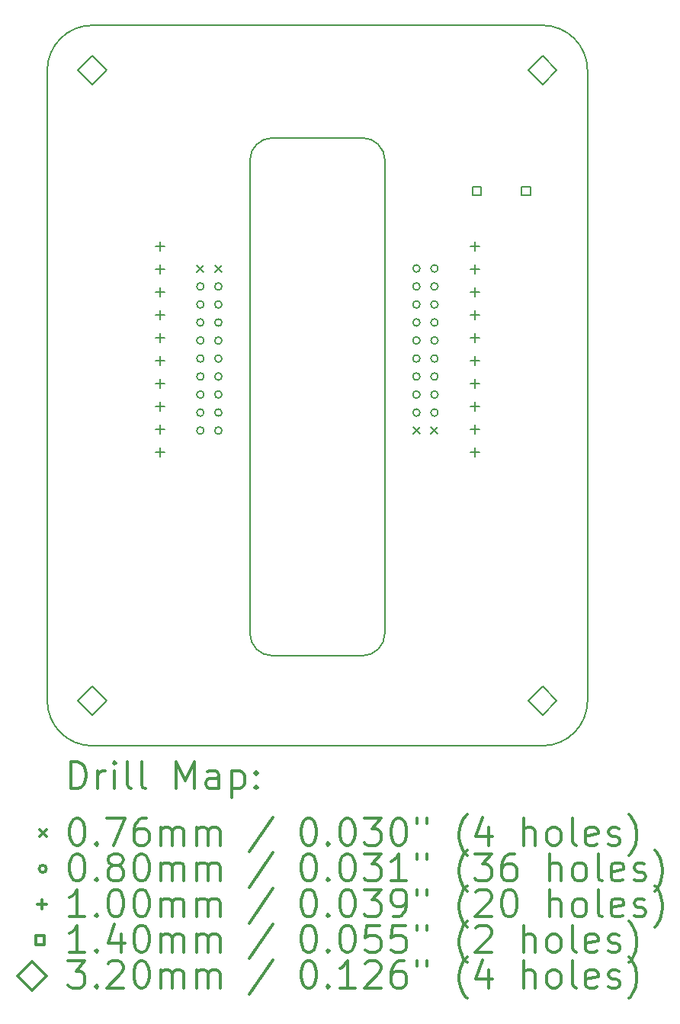
<source format=gbr>
%FSLAX45Y45*%
G04 Gerber Fmt 4.5, Leading zero omitted, Abs format (unit mm)*
G04 Created by KiCad (PCBNEW 4.0.7) date 09/25/17 13:32:10*
%MOMM*%
%LPD*%
G01*
G04 APERTURE LIST*
%ADD10C,0.127000*%
%ADD11C,0.200000*%
%ADD12C,0.300000*%
G04 APERTURE END LIST*
D10*
D11*
X17000000Y-4500000D02*
G75*
G03X16500000Y-4000000I-500000J0D01*
G01*
X16500000Y-12000000D02*
G75*
G03X17000000Y-11500000I0J500000D01*
G01*
X11000000Y-11500000D02*
G75*
G03X11500000Y-12000000I500000J0D01*
G01*
X11500000Y-4000000D02*
G75*
G03X11000000Y-4500000I0J-500000D01*
G01*
X17000000Y-11500000D02*
X17000000Y-4500000D01*
X11500000Y-12000000D02*
X16500000Y-12000000D01*
X11000000Y-4500000D02*
X11000000Y-11500000D01*
X16500000Y-4000000D02*
X11500000Y-4000000D01*
X13250000Y-10750000D02*
G75*
G03X13500000Y-11000000I250000J0D01*
G01*
X14500000Y-11000000D02*
G75*
G03X14750000Y-10750000I0J250000D01*
G01*
X14750000Y-5500000D02*
G75*
G03X14500000Y-5250000I-250000J0D01*
G01*
X13500000Y-5250000D02*
G75*
G03X13250000Y-5500000I0J-250000D01*
G01*
X13500000Y-5250000D02*
X14500000Y-5250000D01*
X13500000Y-11000000D02*
X14500000Y-11000000D01*
X14750000Y-5500000D02*
X14750000Y-10750000D01*
X13250000Y-5500000D02*
X13250000Y-10750000D01*
D11*
X12661900Y-6661900D02*
X12738100Y-6738100D01*
X12738100Y-6661900D02*
X12661900Y-6738100D01*
X12861900Y-6661900D02*
X12938100Y-6738100D01*
X12938100Y-6661900D02*
X12861900Y-6738100D01*
X15061900Y-8461900D02*
X15138100Y-8538100D01*
X15138100Y-8461900D02*
X15061900Y-8538100D01*
X15261900Y-8461900D02*
X15338100Y-8538100D01*
X15338100Y-8461900D02*
X15261900Y-8538100D01*
X12740000Y-6900000D02*
G75*
G03X12740000Y-6900000I-40000J0D01*
G01*
X12740000Y-7100000D02*
G75*
G03X12740000Y-7100000I-40000J0D01*
G01*
X12740000Y-7300000D02*
G75*
G03X12740000Y-7300000I-40000J0D01*
G01*
X12740000Y-7500000D02*
G75*
G03X12740000Y-7500000I-40000J0D01*
G01*
X12740000Y-7700000D02*
G75*
G03X12740000Y-7700000I-40000J0D01*
G01*
X12740000Y-7900000D02*
G75*
G03X12740000Y-7900000I-40000J0D01*
G01*
X12740000Y-8100000D02*
G75*
G03X12740000Y-8100000I-40000J0D01*
G01*
X12740000Y-8300000D02*
G75*
G03X12740000Y-8300000I-40000J0D01*
G01*
X12740000Y-8500000D02*
G75*
G03X12740000Y-8500000I-40000J0D01*
G01*
X12940000Y-6900000D02*
G75*
G03X12940000Y-6900000I-40000J0D01*
G01*
X12940000Y-7100000D02*
G75*
G03X12940000Y-7100000I-40000J0D01*
G01*
X12940000Y-7300000D02*
G75*
G03X12940000Y-7300000I-40000J0D01*
G01*
X12940000Y-7500000D02*
G75*
G03X12940000Y-7500000I-40000J0D01*
G01*
X12940000Y-7700000D02*
G75*
G03X12940000Y-7700000I-40000J0D01*
G01*
X12940000Y-7900000D02*
G75*
G03X12940000Y-7900000I-40000J0D01*
G01*
X12940000Y-8100000D02*
G75*
G03X12940000Y-8100000I-40000J0D01*
G01*
X12940000Y-8300000D02*
G75*
G03X12940000Y-8300000I-40000J0D01*
G01*
X12940000Y-8500000D02*
G75*
G03X12940000Y-8500000I-40000J0D01*
G01*
X15140000Y-6700000D02*
G75*
G03X15140000Y-6700000I-40000J0D01*
G01*
X15140000Y-6900000D02*
G75*
G03X15140000Y-6900000I-40000J0D01*
G01*
X15140000Y-7100000D02*
G75*
G03X15140000Y-7100000I-40000J0D01*
G01*
X15140000Y-7300000D02*
G75*
G03X15140000Y-7300000I-40000J0D01*
G01*
X15140000Y-7500000D02*
G75*
G03X15140000Y-7500000I-40000J0D01*
G01*
X15140000Y-7700000D02*
G75*
G03X15140000Y-7700000I-40000J0D01*
G01*
X15140000Y-7900000D02*
G75*
G03X15140000Y-7900000I-40000J0D01*
G01*
X15140000Y-8100000D02*
G75*
G03X15140000Y-8100000I-40000J0D01*
G01*
X15140000Y-8300000D02*
G75*
G03X15140000Y-8300000I-40000J0D01*
G01*
X15340000Y-6700000D02*
G75*
G03X15340000Y-6700000I-40000J0D01*
G01*
X15340000Y-6900000D02*
G75*
G03X15340000Y-6900000I-40000J0D01*
G01*
X15340000Y-7100000D02*
G75*
G03X15340000Y-7100000I-40000J0D01*
G01*
X15340000Y-7300000D02*
G75*
G03X15340000Y-7300000I-40000J0D01*
G01*
X15340000Y-7500000D02*
G75*
G03X15340000Y-7500000I-40000J0D01*
G01*
X15340000Y-7700000D02*
G75*
G03X15340000Y-7700000I-40000J0D01*
G01*
X15340000Y-7900000D02*
G75*
G03X15340000Y-7900000I-40000J0D01*
G01*
X15340000Y-8100000D02*
G75*
G03X15340000Y-8100000I-40000J0D01*
G01*
X15340000Y-8300000D02*
G75*
G03X15340000Y-8300000I-40000J0D01*
G01*
X12250000Y-6405000D02*
X12250000Y-6505000D01*
X12200000Y-6455000D02*
X12300000Y-6455000D01*
X12250000Y-6659000D02*
X12250000Y-6759000D01*
X12200000Y-6709000D02*
X12300000Y-6709000D01*
X12250000Y-6913000D02*
X12250000Y-7013000D01*
X12200000Y-6963000D02*
X12300000Y-6963000D01*
X12250000Y-7167000D02*
X12250000Y-7267000D01*
X12200000Y-7217000D02*
X12300000Y-7217000D01*
X12250000Y-7421000D02*
X12250000Y-7521000D01*
X12200000Y-7471000D02*
X12300000Y-7471000D01*
X12250000Y-7675000D02*
X12250000Y-7775000D01*
X12200000Y-7725000D02*
X12300000Y-7725000D01*
X12250000Y-7929000D02*
X12250000Y-8029000D01*
X12200000Y-7979000D02*
X12300000Y-7979000D01*
X12250000Y-8183000D02*
X12250000Y-8283000D01*
X12200000Y-8233000D02*
X12300000Y-8233000D01*
X12250000Y-8437000D02*
X12250000Y-8537000D01*
X12200000Y-8487000D02*
X12300000Y-8487000D01*
X12250000Y-8691000D02*
X12250000Y-8791000D01*
X12200000Y-8741000D02*
X12300000Y-8741000D01*
X15750000Y-6405000D02*
X15750000Y-6505000D01*
X15700000Y-6455000D02*
X15800000Y-6455000D01*
X15750000Y-6659000D02*
X15750000Y-6759000D01*
X15700000Y-6709000D02*
X15800000Y-6709000D01*
X15750000Y-6913000D02*
X15750000Y-7013000D01*
X15700000Y-6963000D02*
X15800000Y-6963000D01*
X15750000Y-7167000D02*
X15750000Y-7267000D01*
X15700000Y-7217000D02*
X15800000Y-7217000D01*
X15750000Y-7421000D02*
X15750000Y-7521000D01*
X15700000Y-7471000D02*
X15800000Y-7471000D01*
X15750000Y-7675000D02*
X15750000Y-7775000D01*
X15700000Y-7725000D02*
X15800000Y-7725000D01*
X15750000Y-7929000D02*
X15750000Y-8029000D01*
X15700000Y-7979000D02*
X15800000Y-7979000D01*
X15750000Y-8183000D02*
X15750000Y-8283000D01*
X15700000Y-8233000D02*
X15800000Y-8233000D01*
X15750000Y-8437000D02*
X15750000Y-8537000D01*
X15700000Y-8487000D02*
X15800000Y-8487000D01*
X15750000Y-8691000D02*
X15750000Y-8791000D01*
X15700000Y-8741000D02*
X15800000Y-8741000D01*
X15819498Y-5889498D02*
X15819498Y-5790502D01*
X15720502Y-5790502D01*
X15720502Y-5889498D01*
X15819498Y-5889498D01*
X16369498Y-5889498D02*
X16369498Y-5790502D01*
X16270502Y-5790502D01*
X16270502Y-5889498D01*
X16369498Y-5889498D01*
X11500000Y-4660000D02*
X11660000Y-4500000D01*
X11500000Y-4340000D01*
X11340000Y-4500000D01*
X11500000Y-4660000D01*
X11500000Y-11660000D02*
X11660000Y-11500000D01*
X11500000Y-11340000D01*
X11340000Y-11500000D01*
X11500000Y-11660000D01*
X16500000Y-4660000D02*
X16660000Y-4500000D01*
X16500000Y-4340000D01*
X16340000Y-4500000D01*
X16500000Y-4660000D01*
X16500000Y-11660000D02*
X16660000Y-11500000D01*
X16500000Y-11340000D01*
X16340000Y-11500000D01*
X16500000Y-11660000D01*
D12*
X11261428Y-12475714D02*
X11261428Y-12175714D01*
X11332857Y-12175714D01*
X11375714Y-12190000D01*
X11404286Y-12218571D01*
X11418571Y-12247143D01*
X11432857Y-12304286D01*
X11432857Y-12347143D01*
X11418571Y-12404286D01*
X11404286Y-12432857D01*
X11375714Y-12461429D01*
X11332857Y-12475714D01*
X11261428Y-12475714D01*
X11561428Y-12475714D02*
X11561428Y-12275714D01*
X11561428Y-12332857D02*
X11575714Y-12304286D01*
X11590000Y-12290000D01*
X11618571Y-12275714D01*
X11647143Y-12275714D01*
X11747143Y-12475714D02*
X11747143Y-12275714D01*
X11747143Y-12175714D02*
X11732857Y-12190000D01*
X11747143Y-12204286D01*
X11761428Y-12190000D01*
X11747143Y-12175714D01*
X11747143Y-12204286D01*
X11932857Y-12475714D02*
X11904286Y-12461429D01*
X11890000Y-12432857D01*
X11890000Y-12175714D01*
X12090000Y-12475714D02*
X12061428Y-12461429D01*
X12047143Y-12432857D01*
X12047143Y-12175714D01*
X12432857Y-12475714D02*
X12432857Y-12175714D01*
X12532857Y-12390000D01*
X12632857Y-12175714D01*
X12632857Y-12475714D01*
X12904286Y-12475714D02*
X12904286Y-12318571D01*
X12890000Y-12290000D01*
X12861428Y-12275714D01*
X12804286Y-12275714D01*
X12775714Y-12290000D01*
X12904286Y-12461429D02*
X12875714Y-12475714D01*
X12804286Y-12475714D01*
X12775714Y-12461429D01*
X12761428Y-12432857D01*
X12761428Y-12404286D01*
X12775714Y-12375714D01*
X12804286Y-12361429D01*
X12875714Y-12361429D01*
X12904286Y-12347143D01*
X13047143Y-12275714D02*
X13047143Y-12575714D01*
X13047143Y-12290000D02*
X13075714Y-12275714D01*
X13132857Y-12275714D01*
X13161428Y-12290000D01*
X13175714Y-12304286D01*
X13190000Y-12332857D01*
X13190000Y-12418571D01*
X13175714Y-12447143D01*
X13161428Y-12461429D01*
X13132857Y-12475714D01*
X13075714Y-12475714D01*
X13047143Y-12461429D01*
X13318571Y-12447143D02*
X13332857Y-12461429D01*
X13318571Y-12475714D01*
X13304286Y-12461429D01*
X13318571Y-12447143D01*
X13318571Y-12475714D01*
X13318571Y-12290000D02*
X13332857Y-12304286D01*
X13318571Y-12318571D01*
X13304286Y-12304286D01*
X13318571Y-12290000D01*
X13318571Y-12318571D01*
X10913800Y-12931900D02*
X10990000Y-13008100D01*
X10990000Y-12931900D02*
X10913800Y-13008100D01*
X11318571Y-12805714D02*
X11347143Y-12805714D01*
X11375714Y-12820000D01*
X11390000Y-12834286D01*
X11404286Y-12862857D01*
X11418571Y-12920000D01*
X11418571Y-12991429D01*
X11404286Y-13048571D01*
X11390000Y-13077143D01*
X11375714Y-13091429D01*
X11347143Y-13105714D01*
X11318571Y-13105714D01*
X11290000Y-13091429D01*
X11275714Y-13077143D01*
X11261428Y-13048571D01*
X11247143Y-12991429D01*
X11247143Y-12920000D01*
X11261428Y-12862857D01*
X11275714Y-12834286D01*
X11290000Y-12820000D01*
X11318571Y-12805714D01*
X11547143Y-13077143D02*
X11561428Y-13091429D01*
X11547143Y-13105714D01*
X11532857Y-13091429D01*
X11547143Y-13077143D01*
X11547143Y-13105714D01*
X11661428Y-12805714D02*
X11861428Y-12805714D01*
X11732857Y-13105714D01*
X12104286Y-12805714D02*
X12047143Y-12805714D01*
X12018571Y-12820000D01*
X12004286Y-12834286D01*
X11975714Y-12877143D01*
X11961428Y-12934286D01*
X11961428Y-13048571D01*
X11975714Y-13077143D01*
X11990000Y-13091429D01*
X12018571Y-13105714D01*
X12075714Y-13105714D01*
X12104286Y-13091429D01*
X12118571Y-13077143D01*
X12132857Y-13048571D01*
X12132857Y-12977143D01*
X12118571Y-12948571D01*
X12104286Y-12934286D01*
X12075714Y-12920000D01*
X12018571Y-12920000D01*
X11990000Y-12934286D01*
X11975714Y-12948571D01*
X11961428Y-12977143D01*
X12261428Y-13105714D02*
X12261428Y-12905714D01*
X12261428Y-12934286D02*
X12275714Y-12920000D01*
X12304286Y-12905714D01*
X12347143Y-12905714D01*
X12375714Y-12920000D01*
X12390000Y-12948571D01*
X12390000Y-13105714D01*
X12390000Y-12948571D02*
X12404286Y-12920000D01*
X12432857Y-12905714D01*
X12475714Y-12905714D01*
X12504286Y-12920000D01*
X12518571Y-12948571D01*
X12518571Y-13105714D01*
X12661428Y-13105714D02*
X12661428Y-12905714D01*
X12661428Y-12934286D02*
X12675714Y-12920000D01*
X12704286Y-12905714D01*
X12747143Y-12905714D01*
X12775714Y-12920000D01*
X12790000Y-12948571D01*
X12790000Y-13105714D01*
X12790000Y-12948571D02*
X12804286Y-12920000D01*
X12832857Y-12905714D01*
X12875714Y-12905714D01*
X12904286Y-12920000D01*
X12918571Y-12948571D01*
X12918571Y-13105714D01*
X13504286Y-12791429D02*
X13247143Y-13177143D01*
X13890000Y-12805714D02*
X13918571Y-12805714D01*
X13947143Y-12820000D01*
X13961428Y-12834286D01*
X13975714Y-12862857D01*
X13990000Y-12920000D01*
X13990000Y-12991429D01*
X13975714Y-13048571D01*
X13961428Y-13077143D01*
X13947143Y-13091429D01*
X13918571Y-13105714D01*
X13890000Y-13105714D01*
X13861428Y-13091429D01*
X13847143Y-13077143D01*
X13832857Y-13048571D01*
X13818571Y-12991429D01*
X13818571Y-12920000D01*
X13832857Y-12862857D01*
X13847143Y-12834286D01*
X13861428Y-12820000D01*
X13890000Y-12805714D01*
X14118571Y-13077143D02*
X14132857Y-13091429D01*
X14118571Y-13105714D01*
X14104286Y-13091429D01*
X14118571Y-13077143D01*
X14118571Y-13105714D01*
X14318571Y-12805714D02*
X14347143Y-12805714D01*
X14375714Y-12820000D01*
X14390000Y-12834286D01*
X14404285Y-12862857D01*
X14418571Y-12920000D01*
X14418571Y-12991429D01*
X14404285Y-13048571D01*
X14390000Y-13077143D01*
X14375714Y-13091429D01*
X14347143Y-13105714D01*
X14318571Y-13105714D01*
X14290000Y-13091429D01*
X14275714Y-13077143D01*
X14261428Y-13048571D01*
X14247143Y-12991429D01*
X14247143Y-12920000D01*
X14261428Y-12862857D01*
X14275714Y-12834286D01*
X14290000Y-12820000D01*
X14318571Y-12805714D01*
X14518571Y-12805714D02*
X14704285Y-12805714D01*
X14604285Y-12920000D01*
X14647143Y-12920000D01*
X14675714Y-12934286D01*
X14690000Y-12948571D01*
X14704285Y-12977143D01*
X14704285Y-13048571D01*
X14690000Y-13077143D01*
X14675714Y-13091429D01*
X14647143Y-13105714D01*
X14561428Y-13105714D01*
X14532857Y-13091429D01*
X14518571Y-13077143D01*
X14890000Y-12805714D02*
X14918571Y-12805714D01*
X14947143Y-12820000D01*
X14961428Y-12834286D01*
X14975714Y-12862857D01*
X14990000Y-12920000D01*
X14990000Y-12991429D01*
X14975714Y-13048571D01*
X14961428Y-13077143D01*
X14947143Y-13091429D01*
X14918571Y-13105714D01*
X14890000Y-13105714D01*
X14861428Y-13091429D01*
X14847143Y-13077143D01*
X14832857Y-13048571D01*
X14818571Y-12991429D01*
X14818571Y-12920000D01*
X14832857Y-12862857D01*
X14847143Y-12834286D01*
X14861428Y-12820000D01*
X14890000Y-12805714D01*
X15104286Y-12805714D02*
X15104286Y-12862857D01*
X15218571Y-12805714D02*
X15218571Y-12862857D01*
X15661428Y-13220000D02*
X15647143Y-13205714D01*
X15618571Y-13162857D01*
X15604285Y-13134286D01*
X15590000Y-13091429D01*
X15575714Y-13020000D01*
X15575714Y-12962857D01*
X15590000Y-12891429D01*
X15604285Y-12848571D01*
X15618571Y-12820000D01*
X15647143Y-12777143D01*
X15661428Y-12762857D01*
X15904285Y-12905714D02*
X15904285Y-13105714D01*
X15832857Y-12791429D02*
X15761428Y-13005714D01*
X15947143Y-13005714D01*
X16290000Y-13105714D02*
X16290000Y-12805714D01*
X16418571Y-13105714D02*
X16418571Y-12948571D01*
X16404285Y-12920000D01*
X16375714Y-12905714D01*
X16332857Y-12905714D01*
X16304285Y-12920000D01*
X16290000Y-12934286D01*
X16604285Y-13105714D02*
X16575714Y-13091429D01*
X16561428Y-13077143D01*
X16547143Y-13048571D01*
X16547143Y-12962857D01*
X16561428Y-12934286D01*
X16575714Y-12920000D01*
X16604285Y-12905714D01*
X16647143Y-12905714D01*
X16675714Y-12920000D01*
X16690000Y-12934286D01*
X16704285Y-12962857D01*
X16704285Y-13048571D01*
X16690000Y-13077143D01*
X16675714Y-13091429D01*
X16647143Y-13105714D01*
X16604285Y-13105714D01*
X16875714Y-13105714D02*
X16847143Y-13091429D01*
X16832857Y-13062857D01*
X16832857Y-12805714D01*
X17104286Y-13091429D02*
X17075714Y-13105714D01*
X17018571Y-13105714D01*
X16990000Y-13091429D01*
X16975714Y-13062857D01*
X16975714Y-12948571D01*
X16990000Y-12920000D01*
X17018571Y-12905714D01*
X17075714Y-12905714D01*
X17104286Y-12920000D01*
X17118571Y-12948571D01*
X17118571Y-12977143D01*
X16975714Y-13005714D01*
X17232857Y-13091429D02*
X17261429Y-13105714D01*
X17318571Y-13105714D01*
X17347143Y-13091429D01*
X17361429Y-13062857D01*
X17361429Y-13048571D01*
X17347143Y-13020000D01*
X17318571Y-13005714D01*
X17275714Y-13005714D01*
X17247143Y-12991429D01*
X17232857Y-12962857D01*
X17232857Y-12948571D01*
X17247143Y-12920000D01*
X17275714Y-12905714D01*
X17318571Y-12905714D01*
X17347143Y-12920000D01*
X17461428Y-13220000D02*
X17475714Y-13205714D01*
X17504286Y-13162857D01*
X17518571Y-13134286D01*
X17532857Y-13091429D01*
X17547143Y-13020000D01*
X17547143Y-12962857D01*
X17532857Y-12891429D01*
X17518571Y-12848571D01*
X17504286Y-12820000D01*
X17475714Y-12777143D01*
X17461428Y-12762857D01*
X10990000Y-13366000D02*
G75*
G03X10990000Y-13366000I-40000J0D01*
G01*
X11318571Y-13201714D02*
X11347143Y-13201714D01*
X11375714Y-13216000D01*
X11390000Y-13230286D01*
X11404286Y-13258857D01*
X11418571Y-13316000D01*
X11418571Y-13387429D01*
X11404286Y-13444571D01*
X11390000Y-13473143D01*
X11375714Y-13487429D01*
X11347143Y-13501714D01*
X11318571Y-13501714D01*
X11290000Y-13487429D01*
X11275714Y-13473143D01*
X11261428Y-13444571D01*
X11247143Y-13387429D01*
X11247143Y-13316000D01*
X11261428Y-13258857D01*
X11275714Y-13230286D01*
X11290000Y-13216000D01*
X11318571Y-13201714D01*
X11547143Y-13473143D02*
X11561428Y-13487429D01*
X11547143Y-13501714D01*
X11532857Y-13487429D01*
X11547143Y-13473143D01*
X11547143Y-13501714D01*
X11732857Y-13330286D02*
X11704286Y-13316000D01*
X11690000Y-13301714D01*
X11675714Y-13273143D01*
X11675714Y-13258857D01*
X11690000Y-13230286D01*
X11704286Y-13216000D01*
X11732857Y-13201714D01*
X11790000Y-13201714D01*
X11818571Y-13216000D01*
X11832857Y-13230286D01*
X11847143Y-13258857D01*
X11847143Y-13273143D01*
X11832857Y-13301714D01*
X11818571Y-13316000D01*
X11790000Y-13330286D01*
X11732857Y-13330286D01*
X11704286Y-13344571D01*
X11690000Y-13358857D01*
X11675714Y-13387429D01*
X11675714Y-13444571D01*
X11690000Y-13473143D01*
X11704286Y-13487429D01*
X11732857Y-13501714D01*
X11790000Y-13501714D01*
X11818571Y-13487429D01*
X11832857Y-13473143D01*
X11847143Y-13444571D01*
X11847143Y-13387429D01*
X11832857Y-13358857D01*
X11818571Y-13344571D01*
X11790000Y-13330286D01*
X12032857Y-13201714D02*
X12061428Y-13201714D01*
X12090000Y-13216000D01*
X12104286Y-13230286D01*
X12118571Y-13258857D01*
X12132857Y-13316000D01*
X12132857Y-13387429D01*
X12118571Y-13444571D01*
X12104286Y-13473143D01*
X12090000Y-13487429D01*
X12061428Y-13501714D01*
X12032857Y-13501714D01*
X12004286Y-13487429D01*
X11990000Y-13473143D01*
X11975714Y-13444571D01*
X11961428Y-13387429D01*
X11961428Y-13316000D01*
X11975714Y-13258857D01*
X11990000Y-13230286D01*
X12004286Y-13216000D01*
X12032857Y-13201714D01*
X12261428Y-13501714D02*
X12261428Y-13301714D01*
X12261428Y-13330286D02*
X12275714Y-13316000D01*
X12304286Y-13301714D01*
X12347143Y-13301714D01*
X12375714Y-13316000D01*
X12390000Y-13344571D01*
X12390000Y-13501714D01*
X12390000Y-13344571D02*
X12404286Y-13316000D01*
X12432857Y-13301714D01*
X12475714Y-13301714D01*
X12504286Y-13316000D01*
X12518571Y-13344571D01*
X12518571Y-13501714D01*
X12661428Y-13501714D02*
X12661428Y-13301714D01*
X12661428Y-13330286D02*
X12675714Y-13316000D01*
X12704286Y-13301714D01*
X12747143Y-13301714D01*
X12775714Y-13316000D01*
X12790000Y-13344571D01*
X12790000Y-13501714D01*
X12790000Y-13344571D02*
X12804286Y-13316000D01*
X12832857Y-13301714D01*
X12875714Y-13301714D01*
X12904286Y-13316000D01*
X12918571Y-13344571D01*
X12918571Y-13501714D01*
X13504286Y-13187429D02*
X13247143Y-13573143D01*
X13890000Y-13201714D02*
X13918571Y-13201714D01*
X13947143Y-13216000D01*
X13961428Y-13230286D01*
X13975714Y-13258857D01*
X13990000Y-13316000D01*
X13990000Y-13387429D01*
X13975714Y-13444571D01*
X13961428Y-13473143D01*
X13947143Y-13487429D01*
X13918571Y-13501714D01*
X13890000Y-13501714D01*
X13861428Y-13487429D01*
X13847143Y-13473143D01*
X13832857Y-13444571D01*
X13818571Y-13387429D01*
X13818571Y-13316000D01*
X13832857Y-13258857D01*
X13847143Y-13230286D01*
X13861428Y-13216000D01*
X13890000Y-13201714D01*
X14118571Y-13473143D02*
X14132857Y-13487429D01*
X14118571Y-13501714D01*
X14104286Y-13487429D01*
X14118571Y-13473143D01*
X14118571Y-13501714D01*
X14318571Y-13201714D02*
X14347143Y-13201714D01*
X14375714Y-13216000D01*
X14390000Y-13230286D01*
X14404285Y-13258857D01*
X14418571Y-13316000D01*
X14418571Y-13387429D01*
X14404285Y-13444571D01*
X14390000Y-13473143D01*
X14375714Y-13487429D01*
X14347143Y-13501714D01*
X14318571Y-13501714D01*
X14290000Y-13487429D01*
X14275714Y-13473143D01*
X14261428Y-13444571D01*
X14247143Y-13387429D01*
X14247143Y-13316000D01*
X14261428Y-13258857D01*
X14275714Y-13230286D01*
X14290000Y-13216000D01*
X14318571Y-13201714D01*
X14518571Y-13201714D02*
X14704285Y-13201714D01*
X14604285Y-13316000D01*
X14647143Y-13316000D01*
X14675714Y-13330286D01*
X14690000Y-13344571D01*
X14704285Y-13373143D01*
X14704285Y-13444571D01*
X14690000Y-13473143D01*
X14675714Y-13487429D01*
X14647143Y-13501714D01*
X14561428Y-13501714D01*
X14532857Y-13487429D01*
X14518571Y-13473143D01*
X14990000Y-13501714D02*
X14818571Y-13501714D01*
X14904285Y-13501714D02*
X14904285Y-13201714D01*
X14875714Y-13244571D01*
X14847143Y-13273143D01*
X14818571Y-13287429D01*
X15104286Y-13201714D02*
X15104286Y-13258857D01*
X15218571Y-13201714D02*
X15218571Y-13258857D01*
X15661428Y-13616000D02*
X15647143Y-13601714D01*
X15618571Y-13558857D01*
X15604285Y-13530286D01*
X15590000Y-13487429D01*
X15575714Y-13416000D01*
X15575714Y-13358857D01*
X15590000Y-13287429D01*
X15604285Y-13244571D01*
X15618571Y-13216000D01*
X15647143Y-13173143D01*
X15661428Y-13158857D01*
X15747143Y-13201714D02*
X15932857Y-13201714D01*
X15832857Y-13316000D01*
X15875714Y-13316000D01*
X15904285Y-13330286D01*
X15918571Y-13344571D01*
X15932857Y-13373143D01*
X15932857Y-13444571D01*
X15918571Y-13473143D01*
X15904285Y-13487429D01*
X15875714Y-13501714D01*
X15790000Y-13501714D01*
X15761428Y-13487429D01*
X15747143Y-13473143D01*
X16190000Y-13201714D02*
X16132857Y-13201714D01*
X16104285Y-13216000D01*
X16090000Y-13230286D01*
X16061428Y-13273143D01*
X16047143Y-13330286D01*
X16047143Y-13444571D01*
X16061428Y-13473143D01*
X16075714Y-13487429D01*
X16104285Y-13501714D01*
X16161428Y-13501714D01*
X16190000Y-13487429D01*
X16204285Y-13473143D01*
X16218571Y-13444571D01*
X16218571Y-13373143D01*
X16204285Y-13344571D01*
X16190000Y-13330286D01*
X16161428Y-13316000D01*
X16104285Y-13316000D01*
X16075714Y-13330286D01*
X16061428Y-13344571D01*
X16047143Y-13373143D01*
X16575714Y-13501714D02*
X16575714Y-13201714D01*
X16704285Y-13501714D02*
X16704285Y-13344571D01*
X16690000Y-13316000D01*
X16661428Y-13301714D01*
X16618571Y-13301714D01*
X16590000Y-13316000D01*
X16575714Y-13330286D01*
X16890000Y-13501714D02*
X16861428Y-13487429D01*
X16847143Y-13473143D01*
X16832857Y-13444571D01*
X16832857Y-13358857D01*
X16847143Y-13330286D01*
X16861428Y-13316000D01*
X16890000Y-13301714D01*
X16932857Y-13301714D01*
X16961428Y-13316000D01*
X16975714Y-13330286D01*
X16990000Y-13358857D01*
X16990000Y-13444571D01*
X16975714Y-13473143D01*
X16961428Y-13487429D01*
X16932857Y-13501714D01*
X16890000Y-13501714D01*
X17161428Y-13501714D02*
X17132857Y-13487429D01*
X17118571Y-13458857D01*
X17118571Y-13201714D01*
X17390000Y-13487429D02*
X17361429Y-13501714D01*
X17304286Y-13501714D01*
X17275714Y-13487429D01*
X17261429Y-13458857D01*
X17261429Y-13344571D01*
X17275714Y-13316000D01*
X17304286Y-13301714D01*
X17361429Y-13301714D01*
X17390000Y-13316000D01*
X17404286Y-13344571D01*
X17404286Y-13373143D01*
X17261429Y-13401714D01*
X17518571Y-13487429D02*
X17547143Y-13501714D01*
X17604286Y-13501714D01*
X17632857Y-13487429D01*
X17647143Y-13458857D01*
X17647143Y-13444571D01*
X17632857Y-13416000D01*
X17604286Y-13401714D01*
X17561429Y-13401714D01*
X17532857Y-13387429D01*
X17518571Y-13358857D01*
X17518571Y-13344571D01*
X17532857Y-13316000D01*
X17561429Y-13301714D01*
X17604286Y-13301714D01*
X17632857Y-13316000D01*
X17747143Y-13616000D02*
X17761429Y-13601714D01*
X17790000Y-13558857D01*
X17804286Y-13530286D01*
X17818571Y-13487429D01*
X17832857Y-13416000D01*
X17832857Y-13358857D01*
X17818571Y-13287429D01*
X17804286Y-13244571D01*
X17790000Y-13216000D01*
X17761429Y-13173143D01*
X17747143Y-13158857D01*
X10940000Y-13712000D02*
X10940000Y-13812000D01*
X10890000Y-13762000D02*
X10990000Y-13762000D01*
X11418571Y-13897714D02*
X11247143Y-13897714D01*
X11332857Y-13897714D02*
X11332857Y-13597714D01*
X11304286Y-13640571D01*
X11275714Y-13669143D01*
X11247143Y-13683429D01*
X11547143Y-13869143D02*
X11561428Y-13883429D01*
X11547143Y-13897714D01*
X11532857Y-13883429D01*
X11547143Y-13869143D01*
X11547143Y-13897714D01*
X11747143Y-13597714D02*
X11775714Y-13597714D01*
X11804286Y-13612000D01*
X11818571Y-13626286D01*
X11832857Y-13654857D01*
X11847143Y-13712000D01*
X11847143Y-13783429D01*
X11832857Y-13840571D01*
X11818571Y-13869143D01*
X11804286Y-13883429D01*
X11775714Y-13897714D01*
X11747143Y-13897714D01*
X11718571Y-13883429D01*
X11704286Y-13869143D01*
X11690000Y-13840571D01*
X11675714Y-13783429D01*
X11675714Y-13712000D01*
X11690000Y-13654857D01*
X11704286Y-13626286D01*
X11718571Y-13612000D01*
X11747143Y-13597714D01*
X12032857Y-13597714D02*
X12061428Y-13597714D01*
X12090000Y-13612000D01*
X12104286Y-13626286D01*
X12118571Y-13654857D01*
X12132857Y-13712000D01*
X12132857Y-13783429D01*
X12118571Y-13840571D01*
X12104286Y-13869143D01*
X12090000Y-13883429D01*
X12061428Y-13897714D01*
X12032857Y-13897714D01*
X12004286Y-13883429D01*
X11990000Y-13869143D01*
X11975714Y-13840571D01*
X11961428Y-13783429D01*
X11961428Y-13712000D01*
X11975714Y-13654857D01*
X11990000Y-13626286D01*
X12004286Y-13612000D01*
X12032857Y-13597714D01*
X12261428Y-13897714D02*
X12261428Y-13697714D01*
X12261428Y-13726286D02*
X12275714Y-13712000D01*
X12304286Y-13697714D01*
X12347143Y-13697714D01*
X12375714Y-13712000D01*
X12390000Y-13740571D01*
X12390000Y-13897714D01*
X12390000Y-13740571D02*
X12404286Y-13712000D01*
X12432857Y-13697714D01*
X12475714Y-13697714D01*
X12504286Y-13712000D01*
X12518571Y-13740571D01*
X12518571Y-13897714D01*
X12661428Y-13897714D02*
X12661428Y-13697714D01*
X12661428Y-13726286D02*
X12675714Y-13712000D01*
X12704286Y-13697714D01*
X12747143Y-13697714D01*
X12775714Y-13712000D01*
X12790000Y-13740571D01*
X12790000Y-13897714D01*
X12790000Y-13740571D02*
X12804286Y-13712000D01*
X12832857Y-13697714D01*
X12875714Y-13697714D01*
X12904286Y-13712000D01*
X12918571Y-13740571D01*
X12918571Y-13897714D01*
X13504286Y-13583429D02*
X13247143Y-13969143D01*
X13890000Y-13597714D02*
X13918571Y-13597714D01*
X13947143Y-13612000D01*
X13961428Y-13626286D01*
X13975714Y-13654857D01*
X13990000Y-13712000D01*
X13990000Y-13783429D01*
X13975714Y-13840571D01*
X13961428Y-13869143D01*
X13947143Y-13883429D01*
X13918571Y-13897714D01*
X13890000Y-13897714D01*
X13861428Y-13883429D01*
X13847143Y-13869143D01*
X13832857Y-13840571D01*
X13818571Y-13783429D01*
X13818571Y-13712000D01*
X13832857Y-13654857D01*
X13847143Y-13626286D01*
X13861428Y-13612000D01*
X13890000Y-13597714D01*
X14118571Y-13869143D02*
X14132857Y-13883429D01*
X14118571Y-13897714D01*
X14104286Y-13883429D01*
X14118571Y-13869143D01*
X14118571Y-13897714D01*
X14318571Y-13597714D02*
X14347143Y-13597714D01*
X14375714Y-13612000D01*
X14390000Y-13626286D01*
X14404285Y-13654857D01*
X14418571Y-13712000D01*
X14418571Y-13783429D01*
X14404285Y-13840571D01*
X14390000Y-13869143D01*
X14375714Y-13883429D01*
X14347143Y-13897714D01*
X14318571Y-13897714D01*
X14290000Y-13883429D01*
X14275714Y-13869143D01*
X14261428Y-13840571D01*
X14247143Y-13783429D01*
X14247143Y-13712000D01*
X14261428Y-13654857D01*
X14275714Y-13626286D01*
X14290000Y-13612000D01*
X14318571Y-13597714D01*
X14518571Y-13597714D02*
X14704285Y-13597714D01*
X14604285Y-13712000D01*
X14647143Y-13712000D01*
X14675714Y-13726286D01*
X14690000Y-13740571D01*
X14704285Y-13769143D01*
X14704285Y-13840571D01*
X14690000Y-13869143D01*
X14675714Y-13883429D01*
X14647143Y-13897714D01*
X14561428Y-13897714D01*
X14532857Y-13883429D01*
X14518571Y-13869143D01*
X14847143Y-13897714D02*
X14904285Y-13897714D01*
X14932857Y-13883429D01*
X14947143Y-13869143D01*
X14975714Y-13826286D01*
X14990000Y-13769143D01*
X14990000Y-13654857D01*
X14975714Y-13626286D01*
X14961428Y-13612000D01*
X14932857Y-13597714D01*
X14875714Y-13597714D01*
X14847143Y-13612000D01*
X14832857Y-13626286D01*
X14818571Y-13654857D01*
X14818571Y-13726286D01*
X14832857Y-13754857D01*
X14847143Y-13769143D01*
X14875714Y-13783429D01*
X14932857Y-13783429D01*
X14961428Y-13769143D01*
X14975714Y-13754857D01*
X14990000Y-13726286D01*
X15104286Y-13597714D02*
X15104286Y-13654857D01*
X15218571Y-13597714D02*
X15218571Y-13654857D01*
X15661428Y-14012000D02*
X15647143Y-13997714D01*
X15618571Y-13954857D01*
X15604285Y-13926286D01*
X15590000Y-13883429D01*
X15575714Y-13812000D01*
X15575714Y-13754857D01*
X15590000Y-13683429D01*
X15604285Y-13640571D01*
X15618571Y-13612000D01*
X15647143Y-13569143D01*
X15661428Y-13554857D01*
X15761428Y-13626286D02*
X15775714Y-13612000D01*
X15804285Y-13597714D01*
X15875714Y-13597714D01*
X15904285Y-13612000D01*
X15918571Y-13626286D01*
X15932857Y-13654857D01*
X15932857Y-13683429D01*
X15918571Y-13726286D01*
X15747143Y-13897714D01*
X15932857Y-13897714D01*
X16118571Y-13597714D02*
X16147143Y-13597714D01*
X16175714Y-13612000D01*
X16190000Y-13626286D01*
X16204285Y-13654857D01*
X16218571Y-13712000D01*
X16218571Y-13783429D01*
X16204285Y-13840571D01*
X16190000Y-13869143D01*
X16175714Y-13883429D01*
X16147143Y-13897714D01*
X16118571Y-13897714D01*
X16090000Y-13883429D01*
X16075714Y-13869143D01*
X16061428Y-13840571D01*
X16047143Y-13783429D01*
X16047143Y-13712000D01*
X16061428Y-13654857D01*
X16075714Y-13626286D01*
X16090000Y-13612000D01*
X16118571Y-13597714D01*
X16575714Y-13897714D02*
X16575714Y-13597714D01*
X16704285Y-13897714D02*
X16704285Y-13740571D01*
X16690000Y-13712000D01*
X16661428Y-13697714D01*
X16618571Y-13697714D01*
X16590000Y-13712000D01*
X16575714Y-13726286D01*
X16890000Y-13897714D02*
X16861428Y-13883429D01*
X16847143Y-13869143D01*
X16832857Y-13840571D01*
X16832857Y-13754857D01*
X16847143Y-13726286D01*
X16861428Y-13712000D01*
X16890000Y-13697714D01*
X16932857Y-13697714D01*
X16961428Y-13712000D01*
X16975714Y-13726286D01*
X16990000Y-13754857D01*
X16990000Y-13840571D01*
X16975714Y-13869143D01*
X16961428Y-13883429D01*
X16932857Y-13897714D01*
X16890000Y-13897714D01*
X17161428Y-13897714D02*
X17132857Y-13883429D01*
X17118571Y-13854857D01*
X17118571Y-13597714D01*
X17390000Y-13883429D02*
X17361429Y-13897714D01*
X17304286Y-13897714D01*
X17275714Y-13883429D01*
X17261429Y-13854857D01*
X17261429Y-13740571D01*
X17275714Y-13712000D01*
X17304286Y-13697714D01*
X17361429Y-13697714D01*
X17390000Y-13712000D01*
X17404286Y-13740571D01*
X17404286Y-13769143D01*
X17261429Y-13797714D01*
X17518571Y-13883429D02*
X17547143Y-13897714D01*
X17604286Y-13897714D01*
X17632857Y-13883429D01*
X17647143Y-13854857D01*
X17647143Y-13840571D01*
X17632857Y-13812000D01*
X17604286Y-13797714D01*
X17561429Y-13797714D01*
X17532857Y-13783429D01*
X17518571Y-13754857D01*
X17518571Y-13740571D01*
X17532857Y-13712000D01*
X17561429Y-13697714D01*
X17604286Y-13697714D01*
X17632857Y-13712000D01*
X17747143Y-14012000D02*
X17761429Y-13997714D01*
X17790000Y-13954857D01*
X17804286Y-13926286D01*
X17818571Y-13883429D01*
X17832857Y-13812000D01*
X17832857Y-13754857D01*
X17818571Y-13683429D01*
X17804286Y-13640571D01*
X17790000Y-13612000D01*
X17761429Y-13569143D01*
X17747143Y-13554857D01*
X10969498Y-14207498D02*
X10969498Y-14108502D01*
X10870502Y-14108502D01*
X10870502Y-14207498D01*
X10969498Y-14207498D01*
X11418571Y-14293714D02*
X11247143Y-14293714D01*
X11332857Y-14293714D02*
X11332857Y-13993714D01*
X11304286Y-14036571D01*
X11275714Y-14065143D01*
X11247143Y-14079429D01*
X11547143Y-14265143D02*
X11561428Y-14279429D01*
X11547143Y-14293714D01*
X11532857Y-14279429D01*
X11547143Y-14265143D01*
X11547143Y-14293714D01*
X11818571Y-14093714D02*
X11818571Y-14293714D01*
X11747143Y-13979429D02*
X11675714Y-14193714D01*
X11861428Y-14193714D01*
X12032857Y-13993714D02*
X12061428Y-13993714D01*
X12090000Y-14008000D01*
X12104286Y-14022286D01*
X12118571Y-14050857D01*
X12132857Y-14108000D01*
X12132857Y-14179429D01*
X12118571Y-14236571D01*
X12104286Y-14265143D01*
X12090000Y-14279429D01*
X12061428Y-14293714D01*
X12032857Y-14293714D01*
X12004286Y-14279429D01*
X11990000Y-14265143D01*
X11975714Y-14236571D01*
X11961428Y-14179429D01*
X11961428Y-14108000D01*
X11975714Y-14050857D01*
X11990000Y-14022286D01*
X12004286Y-14008000D01*
X12032857Y-13993714D01*
X12261428Y-14293714D02*
X12261428Y-14093714D01*
X12261428Y-14122286D02*
X12275714Y-14108000D01*
X12304286Y-14093714D01*
X12347143Y-14093714D01*
X12375714Y-14108000D01*
X12390000Y-14136571D01*
X12390000Y-14293714D01*
X12390000Y-14136571D02*
X12404286Y-14108000D01*
X12432857Y-14093714D01*
X12475714Y-14093714D01*
X12504286Y-14108000D01*
X12518571Y-14136571D01*
X12518571Y-14293714D01*
X12661428Y-14293714D02*
X12661428Y-14093714D01*
X12661428Y-14122286D02*
X12675714Y-14108000D01*
X12704286Y-14093714D01*
X12747143Y-14093714D01*
X12775714Y-14108000D01*
X12790000Y-14136571D01*
X12790000Y-14293714D01*
X12790000Y-14136571D02*
X12804286Y-14108000D01*
X12832857Y-14093714D01*
X12875714Y-14093714D01*
X12904286Y-14108000D01*
X12918571Y-14136571D01*
X12918571Y-14293714D01*
X13504286Y-13979429D02*
X13247143Y-14365143D01*
X13890000Y-13993714D02*
X13918571Y-13993714D01*
X13947143Y-14008000D01*
X13961428Y-14022286D01*
X13975714Y-14050857D01*
X13990000Y-14108000D01*
X13990000Y-14179429D01*
X13975714Y-14236571D01*
X13961428Y-14265143D01*
X13947143Y-14279429D01*
X13918571Y-14293714D01*
X13890000Y-14293714D01*
X13861428Y-14279429D01*
X13847143Y-14265143D01*
X13832857Y-14236571D01*
X13818571Y-14179429D01*
X13818571Y-14108000D01*
X13832857Y-14050857D01*
X13847143Y-14022286D01*
X13861428Y-14008000D01*
X13890000Y-13993714D01*
X14118571Y-14265143D02*
X14132857Y-14279429D01*
X14118571Y-14293714D01*
X14104286Y-14279429D01*
X14118571Y-14265143D01*
X14118571Y-14293714D01*
X14318571Y-13993714D02*
X14347143Y-13993714D01*
X14375714Y-14008000D01*
X14390000Y-14022286D01*
X14404285Y-14050857D01*
X14418571Y-14108000D01*
X14418571Y-14179429D01*
X14404285Y-14236571D01*
X14390000Y-14265143D01*
X14375714Y-14279429D01*
X14347143Y-14293714D01*
X14318571Y-14293714D01*
X14290000Y-14279429D01*
X14275714Y-14265143D01*
X14261428Y-14236571D01*
X14247143Y-14179429D01*
X14247143Y-14108000D01*
X14261428Y-14050857D01*
X14275714Y-14022286D01*
X14290000Y-14008000D01*
X14318571Y-13993714D01*
X14690000Y-13993714D02*
X14547143Y-13993714D01*
X14532857Y-14136571D01*
X14547143Y-14122286D01*
X14575714Y-14108000D01*
X14647143Y-14108000D01*
X14675714Y-14122286D01*
X14690000Y-14136571D01*
X14704285Y-14165143D01*
X14704285Y-14236571D01*
X14690000Y-14265143D01*
X14675714Y-14279429D01*
X14647143Y-14293714D01*
X14575714Y-14293714D01*
X14547143Y-14279429D01*
X14532857Y-14265143D01*
X14975714Y-13993714D02*
X14832857Y-13993714D01*
X14818571Y-14136571D01*
X14832857Y-14122286D01*
X14861428Y-14108000D01*
X14932857Y-14108000D01*
X14961428Y-14122286D01*
X14975714Y-14136571D01*
X14990000Y-14165143D01*
X14990000Y-14236571D01*
X14975714Y-14265143D01*
X14961428Y-14279429D01*
X14932857Y-14293714D01*
X14861428Y-14293714D01*
X14832857Y-14279429D01*
X14818571Y-14265143D01*
X15104286Y-13993714D02*
X15104286Y-14050857D01*
X15218571Y-13993714D02*
X15218571Y-14050857D01*
X15661428Y-14408000D02*
X15647143Y-14393714D01*
X15618571Y-14350857D01*
X15604285Y-14322286D01*
X15590000Y-14279429D01*
X15575714Y-14208000D01*
X15575714Y-14150857D01*
X15590000Y-14079429D01*
X15604285Y-14036571D01*
X15618571Y-14008000D01*
X15647143Y-13965143D01*
X15661428Y-13950857D01*
X15761428Y-14022286D02*
X15775714Y-14008000D01*
X15804285Y-13993714D01*
X15875714Y-13993714D01*
X15904285Y-14008000D01*
X15918571Y-14022286D01*
X15932857Y-14050857D01*
X15932857Y-14079429D01*
X15918571Y-14122286D01*
X15747143Y-14293714D01*
X15932857Y-14293714D01*
X16290000Y-14293714D02*
X16290000Y-13993714D01*
X16418571Y-14293714D02*
X16418571Y-14136571D01*
X16404285Y-14108000D01*
X16375714Y-14093714D01*
X16332857Y-14093714D01*
X16304285Y-14108000D01*
X16290000Y-14122286D01*
X16604285Y-14293714D02*
X16575714Y-14279429D01*
X16561428Y-14265143D01*
X16547143Y-14236571D01*
X16547143Y-14150857D01*
X16561428Y-14122286D01*
X16575714Y-14108000D01*
X16604285Y-14093714D01*
X16647143Y-14093714D01*
X16675714Y-14108000D01*
X16690000Y-14122286D01*
X16704285Y-14150857D01*
X16704285Y-14236571D01*
X16690000Y-14265143D01*
X16675714Y-14279429D01*
X16647143Y-14293714D01*
X16604285Y-14293714D01*
X16875714Y-14293714D02*
X16847143Y-14279429D01*
X16832857Y-14250857D01*
X16832857Y-13993714D01*
X17104286Y-14279429D02*
X17075714Y-14293714D01*
X17018571Y-14293714D01*
X16990000Y-14279429D01*
X16975714Y-14250857D01*
X16975714Y-14136571D01*
X16990000Y-14108000D01*
X17018571Y-14093714D01*
X17075714Y-14093714D01*
X17104286Y-14108000D01*
X17118571Y-14136571D01*
X17118571Y-14165143D01*
X16975714Y-14193714D01*
X17232857Y-14279429D02*
X17261429Y-14293714D01*
X17318571Y-14293714D01*
X17347143Y-14279429D01*
X17361429Y-14250857D01*
X17361429Y-14236571D01*
X17347143Y-14208000D01*
X17318571Y-14193714D01*
X17275714Y-14193714D01*
X17247143Y-14179429D01*
X17232857Y-14150857D01*
X17232857Y-14136571D01*
X17247143Y-14108000D01*
X17275714Y-14093714D01*
X17318571Y-14093714D01*
X17347143Y-14108000D01*
X17461428Y-14408000D02*
X17475714Y-14393714D01*
X17504286Y-14350857D01*
X17518571Y-14322286D01*
X17532857Y-14279429D01*
X17547143Y-14208000D01*
X17547143Y-14150857D01*
X17532857Y-14079429D01*
X17518571Y-14036571D01*
X17504286Y-14008000D01*
X17475714Y-13965143D01*
X17461428Y-13950857D01*
X10830000Y-14714000D02*
X10990000Y-14554000D01*
X10830000Y-14394000D01*
X10670000Y-14554000D01*
X10830000Y-14714000D01*
X11232857Y-14389714D02*
X11418571Y-14389714D01*
X11318571Y-14504000D01*
X11361428Y-14504000D01*
X11390000Y-14518286D01*
X11404286Y-14532571D01*
X11418571Y-14561143D01*
X11418571Y-14632571D01*
X11404286Y-14661143D01*
X11390000Y-14675429D01*
X11361428Y-14689714D01*
X11275714Y-14689714D01*
X11247143Y-14675429D01*
X11232857Y-14661143D01*
X11547143Y-14661143D02*
X11561428Y-14675429D01*
X11547143Y-14689714D01*
X11532857Y-14675429D01*
X11547143Y-14661143D01*
X11547143Y-14689714D01*
X11675714Y-14418286D02*
X11690000Y-14404000D01*
X11718571Y-14389714D01*
X11790000Y-14389714D01*
X11818571Y-14404000D01*
X11832857Y-14418286D01*
X11847143Y-14446857D01*
X11847143Y-14475429D01*
X11832857Y-14518286D01*
X11661428Y-14689714D01*
X11847143Y-14689714D01*
X12032857Y-14389714D02*
X12061428Y-14389714D01*
X12090000Y-14404000D01*
X12104286Y-14418286D01*
X12118571Y-14446857D01*
X12132857Y-14504000D01*
X12132857Y-14575429D01*
X12118571Y-14632571D01*
X12104286Y-14661143D01*
X12090000Y-14675429D01*
X12061428Y-14689714D01*
X12032857Y-14689714D01*
X12004286Y-14675429D01*
X11990000Y-14661143D01*
X11975714Y-14632571D01*
X11961428Y-14575429D01*
X11961428Y-14504000D01*
X11975714Y-14446857D01*
X11990000Y-14418286D01*
X12004286Y-14404000D01*
X12032857Y-14389714D01*
X12261428Y-14689714D02*
X12261428Y-14489714D01*
X12261428Y-14518286D02*
X12275714Y-14504000D01*
X12304286Y-14489714D01*
X12347143Y-14489714D01*
X12375714Y-14504000D01*
X12390000Y-14532571D01*
X12390000Y-14689714D01*
X12390000Y-14532571D02*
X12404286Y-14504000D01*
X12432857Y-14489714D01*
X12475714Y-14489714D01*
X12504286Y-14504000D01*
X12518571Y-14532571D01*
X12518571Y-14689714D01*
X12661428Y-14689714D02*
X12661428Y-14489714D01*
X12661428Y-14518286D02*
X12675714Y-14504000D01*
X12704286Y-14489714D01*
X12747143Y-14489714D01*
X12775714Y-14504000D01*
X12790000Y-14532571D01*
X12790000Y-14689714D01*
X12790000Y-14532571D02*
X12804286Y-14504000D01*
X12832857Y-14489714D01*
X12875714Y-14489714D01*
X12904286Y-14504000D01*
X12918571Y-14532571D01*
X12918571Y-14689714D01*
X13504286Y-14375429D02*
X13247143Y-14761143D01*
X13890000Y-14389714D02*
X13918571Y-14389714D01*
X13947143Y-14404000D01*
X13961428Y-14418286D01*
X13975714Y-14446857D01*
X13990000Y-14504000D01*
X13990000Y-14575429D01*
X13975714Y-14632571D01*
X13961428Y-14661143D01*
X13947143Y-14675429D01*
X13918571Y-14689714D01*
X13890000Y-14689714D01*
X13861428Y-14675429D01*
X13847143Y-14661143D01*
X13832857Y-14632571D01*
X13818571Y-14575429D01*
X13818571Y-14504000D01*
X13832857Y-14446857D01*
X13847143Y-14418286D01*
X13861428Y-14404000D01*
X13890000Y-14389714D01*
X14118571Y-14661143D02*
X14132857Y-14675429D01*
X14118571Y-14689714D01*
X14104286Y-14675429D01*
X14118571Y-14661143D01*
X14118571Y-14689714D01*
X14418571Y-14689714D02*
X14247143Y-14689714D01*
X14332857Y-14689714D02*
X14332857Y-14389714D01*
X14304285Y-14432571D01*
X14275714Y-14461143D01*
X14247143Y-14475429D01*
X14532857Y-14418286D02*
X14547143Y-14404000D01*
X14575714Y-14389714D01*
X14647143Y-14389714D01*
X14675714Y-14404000D01*
X14690000Y-14418286D01*
X14704285Y-14446857D01*
X14704285Y-14475429D01*
X14690000Y-14518286D01*
X14518571Y-14689714D01*
X14704285Y-14689714D01*
X14961428Y-14389714D02*
X14904285Y-14389714D01*
X14875714Y-14404000D01*
X14861428Y-14418286D01*
X14832857Y-14461143D01*
X14818571Y-14518286D01*
X14818571Y-14632571D01*
X14832857Y-14661143D01*
X14847143Y-14675429D01*
X14875714Y-14689714D01*
X14932857Y-14689714D01*
X14961428Y-14675429D01*
X14975714Y-14661143D01*
X14990000Y-14632571D01*
X14990000Y-14561143D01*
X14975714Y-14532571D01*
X14961428Y-14518286D01*
X14932857Y-14504000D01*
X14875714Y-14504000D01*
X14847143Y-14518286D01*
X14832857Y-14532571D01*
X14818571Y-14561143D01*
X15104286Y-14389714D02*
X15104286Y-14446857D01*
X15218571Y-14389714D02*
X15218571Y-14446857D01*
X15661428Y-14804000D02*
X15647143Y-14789714D01*
X15618571Y-14746857D01*
X15604285Y-14718286D01*
X15590000Y-14675429D01*
X15575714Y-14604000D01*
X15575714Y-14546857D01*
X15590000Y-14475429D01*
X15604285Y-14432571D01*
X15618571Y-14404000D01*
X15647143Y-14361143D01*
X15661428Y-14346857D01*
X15904285Y-14489714D02*
X15904285Y-14689714D01*
X15832857Y-14375429D02*
X15761428Y-14589714D01*
X15947143Y-14589714D01*
X16290000Y-14689714D02*
X16290000Y-14389714D01*
X16418571Y-14689714D02*
X16418571Y-14532571D01*
X16404285Y-14504000D01*
X16375714Y-14489714D01*
X16332857Y-14489714D01*
X16304285Y-14504000D01*
X16290000Y-14518286D01*
X16604285Y-14689714D02*
X16575714Y-14675429D01*
X16561428Y-14661143D01*
X16547143Y-14632571D01*
X16547143Y-14546857D01*
X16561428Y-14518286D01*
X16575714Y-14504000D01*
X16604285Y-14489714D01*
X16647143Y-14489714D01*
X16675714Y-14504000D01*
X16690000Y-14518286D01*
X16704285Y-14546857D01*
X16704285Y-14632571D01*
X16690000Y-14661143D01*
X16675714Y-14675429D01*
X16647143Y-14689714D01*
X16604285Y-14689714D01*
X16875714Y-14689714D02*
X16847143Y-14675429D01*
X16832857Y-14646857D01*
X16832857Y-14389714D01*
X17104286Y-14675429D02*
X17075714Y-14689714D01*
X17018571Y-14689714D01*
X16990000Y-14675429D01*
X16975714Y-14646857D01*
X16975714Y-14532571D01*
X16990000Y-14504000D01*
X17018571Y-14489714D01*
X17075714Y-14489714D01*
X17104286Y-14504000D01*
X17118571Y-14532571D01*
X17118571Y-14561143D01*
X16975714Y-14589714D01*
X17232857Y-14675429D02*
X17261429Y-14689714D01*
X17318571Y-14689714D01*
X17347143Y-14675429D01*
X17361429Y-14646857D01*
X17361429Y-14632571D01*
X17347143Y-14604000D01*
X17318571Y-14589714D01*
X17275714Y-14589714D01*
X17247143Y-14575429D01*
X17232857Y-14546857D01*
X17232857Y-14532571D01*
X17247143Y-14504000D01*
X17275714Y-14489714D01*
X17318571Y-14489714D01*
X17347143Y-14504000D01*
X17461428Y-14804000D02*
X17475714Y-14789714D01*
X17504286Y-14746857D01*
X17518571Y-14718286D01*
X17532857Y-14675429D01*
X17547143Y-14604000D01*
X17547143Y-14546857D01*
X17532857Y-14475429D01*
X17518571Y-14432571D01*
X17504286Y-14404000D01*
X17475714Y-14361143D01*
X17461428Y-14346857D01*
M02*

</source>
